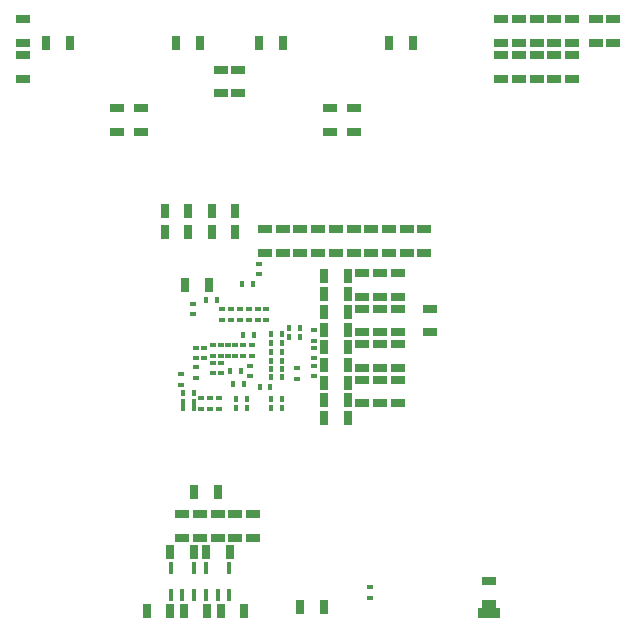
<source format=gbp>
G04*
G04 #@! TF.GenerationSoftware,Altium Limited,Altium Designer,24.5.2 (23)*
G04*
G04 Layer_Color=12040119*
%FSLAX25Y25*%
%MOIN*%
G70*
G04*
G04 #@! TF.SameCoordinates,883B40CB-B18D-427C-8B65-5A5AB1BE87B9*
G04*
G04*
G04 #@! TF.FilePolarity,Positive*
G04*
G01*
G75*
%ADD13R,0.05118X0.03150*%
%ADD15R,0.07480X0.03543*%
%ADD16R,0.01575X0.01968*%
%ADD19R,0.03150X0.05118*%
%ADD22R,0.01968X0.01575*%
%ADD82R,0.01803X0.03975*%
D13*
X-5906Y28543D02*
D03*
Y20669D02*
D03*
X37402Y-5906D02*
D03*
Y1969D02*
D03*
X57087Y-88583D02*
D03*
Y-96457D02*
D03*
X84646Y90551D02*
D03*
Y98425D02*
D03*
X78740Y90551D02*
D03*
Y98425D02*
D03*
X72835Y90551D02*
D03*
Y98425D02*
D03*
X66929Y90551D02*
D03*
Y98425D02*
D03*
X61024Y90551D02*
D03*
Y98425D02*
D03*
X84646Y86614D02*
D03*
Y78740D02*
D03*
X78740Y86614D02*
D03*
Y78740D02*
D03*
X72835Y86614D02*
D03*
Y78740D02*
D03*
X66929Y86614D02*
D03*
Y78740D02*
D03*
X61024Y86614D02*
D03*
Y78740D02*
D03*
X3937Y68898D02*
D03*
Y61024D02*
D03*
X11811Y68898D02*
D03*
Y61024D02*
D03*
X-66929Y68898D02*
D03*
Y61024D02*
D03*
X-59055Y68898D02*
D03*
Y61024D02*
D03*
X-26575Y73819D02*
D03*
Y81693D02*
D03*
X14764Y13780D02*
D03*
Y5906D02*
D03*
Y-21654D02*
D03*
Y-29528D02*
D03*
Y-9843D02*
D03*
Y-17717D02*
D03*
Y1969D02*
D03*
Y-5906D02*
D03*
X-33465Y-74311D02*
D03*
Y-66437D02*
D03*
X-45276Y-74311D02*
D03*
Y-66437D02*
D03*
X-21654Y-74311D02*
D03*
Y-66437D02*
D03*
X-27559Y-74311D02*
D03*
Y-66437D02*
D03*
X-32480Y73819D02*
D03*
Y81693D02*
D03*
X26575Y13780D02*
D03*
Y5906D02*
D03*
X20669Y13780D02*
D03*
Y5906D02*
D03*
X26575Y-21654D02*
D03*
Y-29528D02*
D03*
X20669Y-21654D02*
D03*
Y-29528D02*
D03*
X26575Y-9843D02*
D03*
Y-17717D02*
D03*
X20669Y-9843D02*
D03*
Y-17717D02*
D03*
X26575Y1969D02*
D03*
Y-5906D02*
D03*
X20669Y1969D02*
D03*
Y-5906D02*
D03*
X92520Y98425D02*
D03*
Y90551D02*
D03*
X-39370Y-74311D02*
D03*
Y-66437D02*
D03*
X-17717Y20669D02*
D03*
Y28543D02*
D03*
X-11811Y20669D02*
D03*
Y28543D02*
D03*
X0Y20669D02*
D03*
Y28543D02*
D03*
X11811D02*
D03*
Y20669D02*
D03*
X5906Y28543D02*
D03*
Y20669D02*
D03*
X23622Y28543D02*
D03*
Y20669D02*
D03*
X17717Y28543D02*
D03*
Y20669D02*
D03*
X35433Y28543D02*
D03*
Y20669D02*
D03*
X29528Y28543D02*
D03*
Y20669D02*
D03*
X-98425Y78740D02*
D03*
Y86614D02*
D03*
X98425Y90551D02*
D03*
Y98425D02*
D03*
X-98425Y90551D02*
D03*
Y98425D02*
D03*
D15*
X57087Y-99410D02*
D03*
D16*
X-23819Y-28051D02*
D03*
X-27362D02*
D03*
X-37205Y4921D02*
D03*
X-33661D02*
D03*
X-15551Y-6398D02*
D03*
X-12008D02*
D03*
X-41535Y-26083D02*
D03*
X-45079D02*
D03*
X-23819Y-31004D02*
D03*
X-27362D02*
D03*
X-28346Y-23130D02*
D03*
X-24803D02*
D03*
X-12008Y-31004D02*
D03*
X-15551D02*
D03*
X-12008Y-15256D02*
D03*
X-15551D02*
D03*
X-25787Y-18701D02*
D03*
X-29331D02*
D03*
X-12008Y-28051D02*
D03*
X-15551D02*
D03*
X-12008Y-18209D02*
D03*
X-15551D02*
D03*
X-12008Y-20669D02*
D03*
X-15551D02*
D03*
X-12008Y-12303D02*
D03*
X-15551D02*
D03*
X-9646Y-4429D02*
D03*
X-6102D02*
D03*
X-21358Y-6890D02*
D03*
X-24902D02*
D03*
X-45079Y-31004D02*
D03*
X-41535D02*
D03*
X-12008Y-9350D02*
D03*
X-15551D02*
D03*
X-15945Y-24114D02*
D03*
X-19488D02*
D03*
X-45079Y-29035D02*
D03*
X-41535D02*
D03*
X-25394Y10335D02*
D03*
X-21850D02*
D03*
X-9646Y-7382D02*
D03*
X-6102D02*
D03*
D19*
X1969Y-97441D02*
D03*
X-5906D02*
D03*
X1969Y-34449D02*
D03*
X9843D02*
D03*
X-49213Y-79232D02*
D03*
X-41339D02*
D03*
Y-59055D02*
D03*
X-33465D02*
D03*
X-35433Y27559D02*
D03*
X-27559D02*
D03*
X-43307D02*
D03*
X-51181D02*
D03*
X9843Y6890D02*
D03*
X1969D02*
D03*
X9843Y12795D02*
D03*
X1969D02*
D03*
X9843Y-28543D02*
D03*
X1969D02*
D03*
X9843Y-22638D02*
D03*
X1969D02*
D03*
X9843Y-16732D02*
D03*
X1969D02*
D03*
X9843Y-10827D02*
D03*
X1969D02*
D03*
X9843Y-4921D02*
D03*
X1969D02*
D03*
X9843Y984D02*
D03*
X1969D02*
D03*
X-36909Y-98819D02*
D03*
X-44783D02*
D03*
X-37402Y-79232D02*
D03*
X-29528D02*
D03*
X-19685Y90551D02*
D03*
X-11811D02*
D03*
X-90551Y90551D02*
D03*
X-82677D02*
D03*
X-35433Y34449D02*
D03*
X-27559D02*
D03*
X-51181D02*
D03*
X-43307D02*
D03*
X-32480Y-98819D02*
D03*
X-24606D02*
D03*
X-49213D02*
D03*
X-57087D02*
D03*
X-44291Y9843D02*
D03*
X-36417D02*
D03*
X23622Y90551D02*
D03*
X31496D02*
D03*
X-47244D02*
D03*
X-39370D02*
D03*
D22*
X-32972Y-27756D02*
D03*
Y-31299D02*
D03*
X-40846Y-20965D02*
D03*
Y-17421D02*
D03*
Y-14567D02*
D03*
Y-11024D02*
D03*
X-45768Y-23425D02*
D03*
Y-19882D02*
D03*
X-34941Y-10039D02*
D03*
Y-13583D02*
D03*
Y-15945D02*
D03*
Y-19488D02*
D03*
X-32480Y-15945D02*
D03*
Y-19488D02*
D03*
Y-10039D02*
D03*
Y-13583D02*
D03*
X-26083Y1772D02*
D03*
Y-1772D02*
D03*
X-30020Y-10039D02*
D03*
Y-13583D02*
D03*
X-27559Y-10039D02*
D03*
Y-13583D02*
D03*
X-25098Y-10039D02*
D03*
Y-13583D02*
D03*
X-17224Y1772D02*
D03*
Y-1772D02*
D03*
X-22146Y-13583D02*
D03*
Y-10039D02*
D03*
X-23130Y1772D02*
D03*
Y-1772D02*
D03*
X-22638Y-16929D02*
D03*
Y-20472D02*
D03*
X-1476Y-5118D02*
D03*
Y-8661D02*
D03*
Y-11024D02*
D03*
Y-14567D02*
D03*
Y-20472D02*
D03*
Y-16929D02*
D03*
X-20177Y1772D02*
D03*
Y-1772D02*
D03*
X-37894Y-11024D02*
D03*
Y-14567D02*
D03*
X-35925Y-31299D02*
D03*
Y-27756D02*
D03*
X-38878D02*
D03*
Y-31299D02*
D03*
X-41831Y3740D02*
D03*
Y197D02*
D03*
X-29035Y1772D02*
D03*
Y-1772D02*
D03*
X-31988Y1772D02*
D03*
Y-1772D02*
D03*
X-19685Y17028D02*
D03*
Y13484D02*
D03*
X-6890Y-17913D02*
D03*
Y-21457D02*
D03*
X17224Y-90748D02*
D03*
Y-94291D02*
D03*
D82*
X-41535Y-84572D02*
D03*
X-49016D02*
D03*
Y-93578D02*
D03*
X-45276D02*
D03*
X-41535D02*
D03*
X-29724Y-84572D02*
D03*
X-37205D02*
D03*
Y-93578D02*
D03*
X-33465D02*
D03*
X-29724D02*
D03*
M02*

</source>
